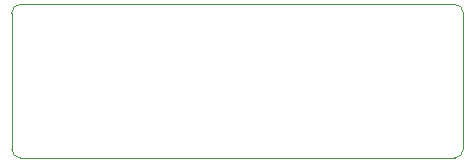
<source format=gm1>
G04 #@! TF.GenerationSoftware,KiCad,Pcbnew,(5.1.5)-3*
G04 #@! TF.CreationDate,2021-10-17T15:32:46-07:00*
G04 #@! TF.ProjectId,uav_gps_i2c_breakout,7561765f-6770-4735-9f69-32635f627265,rev?*
G04 #@! TF.SameCoordinates,Original*
G04 #@! TF.FileFunction,Profile,NP*
%FSLAX46Y46*%
G04 Gerber Fmt 4.6, Leading zero omitted, Abs format (unit mm)*
G04 Created by KiCad (PCBNEW (5.1.5)-3) date 2021-10-17 15:32:46*
%MOMM*%
%LPD*%
G04 APERTURE LIST*
%ADD10C,0.050000*%
G04 APERTURE END LIST*
D10*
X175500000Y-69250000D02*
G75*
G02X176250000Y-68500000I750000J0D01*
G01*
X176250000Y-81500000D02*
G75*
G02X175500000Y-80750000I0J750000D01*
G01*
X213750000Y-80750000D02*
G75*
G02X213000000Y-81500000I-750000J0D01*
G01*
X213000000Y-68500000D02*
G75*
G02X213750000Y-69250000I0J-750000D01*
G01*
X213000000Y-68500000D02*
X176250000Y-68500000D01*
X213750000Y-80750000D02*
X213750000Y-69250000D01*
X176250000Y-81500000D02*
X213000000Y-81500000D01*
X175500000Y-69250000D02*
X175500000Y-80750000D01*
M02*

</source>
